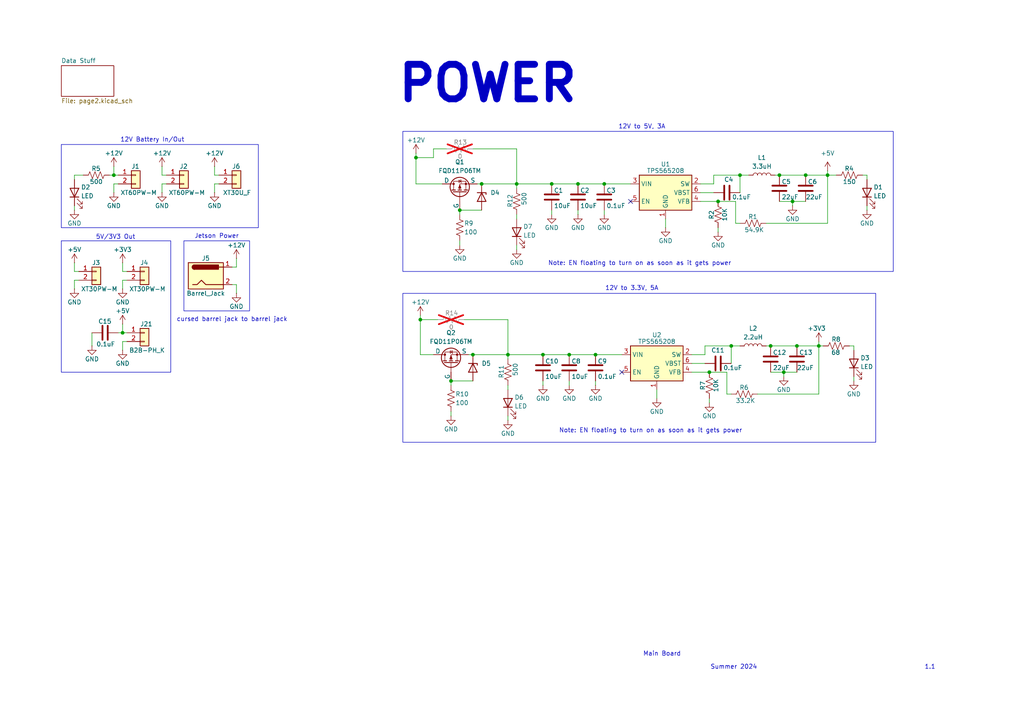
<source format=kicad_sch>
(kicad_sch (version 20231120) (generator "eeschema") (generator_version "8.0")
  (paper "A4")
  (lib_symbols
    (symbol "Connector:Barrel_Jack" (pin_names (offset 1.016))
      (property "Reference" "J" (at 0 5.334 0))
      (property "Value" "Barrel_Jack" (at 0 -5.08 0))
      (symbol "Barrel_Jack_0_1"
        (rectangle (start -5.08 3.81) (end 5.08 -3.81) (stroke (width 0.254)) (fill (type background)))
        (arc (start -3.302 3.175) (mid -3.9343 2.54) (end -3.302 1.905) (stroke (width 0.254)))
        (arc (start -3.302 3.175) (mid -3.9343 2.54) (end -3.302 1.905) (stroke (width 0.254)) (fill (type outline)))
        (polyline (pts (xy 5.08 2.54) (xy 3.81 2.54)) (stroke (width 0.254)))
        (polyline (pts (xy -3.81 -2.54) (xy -2.54 -2.54) (xy -1.27 -1.27) (xy 0 -2.54) (xy 2.54 -2.54) (xy 5.08 -2.54)) (stroke (width 0.254)))
        (rectangle (start 3.683 3.175) (end -3.302 1.905) (stroke (width 0.254)) (fill (type outline)))
      )
      (symbol "Barrel_Jack_1_1"
        (pin passive line (at 7.62 2.54 180) (length 2.54) (name "~") (number "1"))
        (pin passive line (at 7.62 -2.54 180) (length 2.54) (name "~") (number "2"))
      )
    )
    (symbol "Connector_Generic:Conn_01x02" (pin_names (offset 1.016) hide)
      (property "Reference" "J" (at 0 2.54 0))
      (property "Value" "Conn_01x02" (at 0 -5.08 0))
      (symbol "Conn_01x02_1_1"
        (rectangle (start -1.27 -2.413) (end 0 -2.667) (stroke (width 0.1524)))
        (rectangle (start -1.27 0.127) (end 0 -0.127) (stroke (width 0.1524)))
        (rectangle (start -1.27 1.27) (end 1.27 -3.81) (stroke (width 0.254)) (fill (type background)))
        (pin passive line (at -5.08 0 0) (length 3.81) (name "Pin_1") (number "1"))
        (pin passive line (at -5.08 -2.54 0) (length 3.81) (name "Pin_2") (number "2"))
      )
    )
    (symbol "Device:C" (pin_numbers hide) (pin_names (offset 0.254))
      (property "Reference" "C" (at 0.635 2.54 0))
      (property "Value" "C" (at 0.635 -2.54 0))
      (symbol "C_0_1"
        (polyline (pts (xy -2.032 -0.762) (xy 2.032 -0.762)) (stroke (width 0.508)))
        (polyline (pts (xy -2.032 0.762) (xy 2.032 0.762)) (stroke (width 0.508)))
      )
      (symbol "C_1_1"
        (pin passive line (at 0 3.81 270) (length 2.794) (name "~") (number "1"))
        (pin passive line (at 0 -3.81 90) (length 2.794) (name "~") (number "2"))
      )
    )
    (symbol "Device:D_Zener" (pin_numbers hide) (pin_names (offset 1.016) hide)
      (property "Reference" "D" (at 0 2.54 0))
      (property "Value" "D_Zener" (at 0 -2.54 0))
      (symbol "D_Zener_0_1"
        (polyline (pts (xy 1.27 0) (xy -1.27 0)))
        (polyline (pts (xy -1.27 -1.27) (xy -1.27 1.27) (xy -0.762 1.27)) (stroke (width 0.254)))
        (polyline (pts (xy 1.27 -1.27) (xy 1.27 1.27) (xy -1.27 0) (xy 1.27 -1.27)) (stroke (width 0.254)))
      )
      (symbol "D_Zener_1_1"
        (pin passive line (at -3.81 0 0) (length 2.54) (name "K") (number "1"))
        (pin passive line (at 3.81 0 180) (length 2.54) (name "A") (number "2"))
      )
    )
    (symbol "Device:L" (pin_numbers hide) (pin_names (offset 1.016) hide)
      (property "Reference" "L" (at -1.27 0 90))
      (property "Value" "L" (at 1.905 0 90))
      (symbol "L_0_1"
        (arc (start 0 -2.54) (mid 0.6323 -1.905) (end 0 -1.27))
        (arc (start 0 -1.27) (mid 0.6323 -0.635) (end 0 0))
        (arc (start 0 0) (mid 0.6323 0.635) (end 0 1.27))
        (arc (start 0 1.27) (mid 0.6323 1.905) (end 0 2.54))
      )
      (symbol "L_1_1"
        (pin passive line (at 0 3.81 270) (length 1.27) (name "1") (number "1"))
        (pin passive line (at 0 -3.81 90) (length 1.27) (name "2") (number "2"))
      )
    )
    (symbol "Device:LED" (pin_numbers hide) (pin_names (offset 1.016) hide)
      (property "Reference" "D" (at 0 2.54 0))
      (property "Value" "LED" (at 0 -2.54 0))
      (symbol "LED_0_1"
        (polyline (pts (xy -1.27 -1.27) (xy -1.27 1.27)) (stroke (width 0.254)))
        (polyline (pts (xy -1.27 0) (xy 1.27 0)))
        (polyline (pts (xy 1.27 -1.27) (xy 1.27 1.27) (xy -1.27 0) (xy 1.27 -1.27)) (stroke (width 0.254)))
        (polyline (pts (xy -3.048 -0.762) (xy -4.572 -2.286) (xy -3.81 -2.286) (xy -4.572 -2.286) (xy -4.572 -1.524)))
        (polyline (pts (xy -1.778 -0.762) (xy -3.302 -2.286) (xy -2.54 -2.286) (xy -3.302 -2.286) (xy -3.302 -1.524)))
      )
      (symbol "LED_1_1"
        (pin passive line (at -3.81 0 0) (length 2.54) (name "K") (number "1"))
        (pin passive line (at 3.81 0 180) (length 2.54) (name "A") (number "2"))
      )
    )
    (symbol "Device:R_US" (pin_numbers hide) (pin_names (offset 0))
      (property "Reference" "R" (at 2.54 0 90))
      (property "Value" "R_US" (at -2.54 0 90))
      (symbol "R_US_0_1"
        (polyline (pts (xy 0 -2.286) (xy 0 -2.54)))
        (polyline (pts (xy 0 2.286) (xy 0 2.54)))
        (polyline (pts (xy 0 -0.762) (xy 1.016 -1.143) (xy 0 -1.524) (xy -1.016 -1.905) (xy 0 -2.286)))
        (polyline (pts (xy 0 0.762) (xy 1.016 0.381) (xy 0 0) (xy -1.016 -0.381) (xy 0 -0.762)))
        (polyline (pts (xy 0 2.286) (xy 1.016 1.905) (xy 0 1.524) (xy -1.016 1.143) (xy 0 0.762)))
      )
      (symbol "R_US_1_1"
        (pin passive line (at 0 3.81 270) (length 1.27) (name "~") (number "1"))
        (pin passive line (at 0 -3.81 90) (length 1.27) (name "~") (number "2"))
      )
    )
    (symbol "Regulator_Switching:TPS565208"
      (property "Reference" "U" (at -7.62 6.35 0))
      (property "Value" "TPS565208" (at -2.54 6.35 0))
      (symbol "TPS565208_0_1"
        (rectangle (start -7.62 5.08) (end 7.62 -5.08) (stroke (width 0.254)) (fill (type background)))
      )
      (symbol "TPS565208_1_1"
        (pin power_in line (at 0 -7.62 90) (length 2.54) (name "GND") (number "1"))
        (pin output line (at 10.16 2.54 180) (length 2.54) (name "SW") (number "2"))
        (pin power_in line (at -10.16 2.54 0) (length 2.54) (name "VIN") (number "3"))
        (pin input line (at 10.16 -2.54 180) (length 2.54) (name "VFB") (number "4"))
        (pin input line (at -10.16 -2.54 0) (length 2.54) (name "EN") (number "5"))
        (pin passive line (at 10.16 0 180) (length 2.54) (name "VBST") (number "6"))
      )
    )
    (symbol "Simulation_SPICE:PMOS" (pin_numbers hide) (pin_names (offset 0))
      (property "Reference" "Q" (at 5.08 1.27 0))
      (property "Value" "PMOS" (at 5.08 -1.27 0))
      (symbol "PMOS_0_1"
        (polyline (pts (xy 0.254 0) (xy -2.54 0)))
        (polyline (pts (xy 0.254 1.905) (xy 0.254 -1.905)) (stroke (width 0.254)))
        (polyline (pts (xy 0.762 -1.27) (xy 0.762 -2.286)) (stroke (width 0.254)))
        (polyline (pts (xy 0.762 0.508) (xy 0.762 -0.508)) (stroke (width 0.254)))
        (polyline (pts (xy 0.762 2.286) (xy 0.762 1.27)) (stroke (width 0.254)))
        (polyline (pts (xy 2.54 2.54) (xy 2.54 1.778)))
        (polyline (pts (xy 2.54 -2.54) (xy 2.54 0) (xy 0.762 0)))
        (polyline (pts (xy 0.762 1.778) (xy 3.302 1.778) (xy 3.302 -1.778) (xy 0.762 -1.778)))
        (polyline (pts (xy 2.286 0) (xy 1.27 0.381) (xy 1.27 -0.381) (xy 2.286 0)) (fill (type outline)))
        (polyline (pts (xy 2.794 -0.508) (xy 2.921 -0.381) (xy 3.683 -0.381) (xy 3.81 -0.254)))
        (polyline (pts (xy 3.302 -0.381) (xy 2.921 0.254) (xy 3.683 0.254) (xy 3.302 -0.381)))
        (circle (center 1.651 0) (radius 2.794) (stroke (width 0.254)))
        (circle (center 2.54 -1.778) (radius 0.254) (fill (type outline)))
        (circle (center 2.54 1.778) (radius 0.254) (fill (type outline)))
      )
      (symbol "PMOS_1_1"
        (pin passive line (at 2.54 5.08 270) (length 2.54) (name "D") (number "1"))
        (pin input line (at -5.08 0 0) (length 2.54) (name "G") (number "2"))
        (pin passive line (at 2.54 -5.08 90) (length 2.54) (name "S") (number "3"))
      )
    )
    (symbol "power:+12V" (power) (pin_numbers hide) (pin_names (offset 0) hide)
      (property "Value" "+12V" (at 0 3.556 0))
      (symbol "+12V_0_1"
        (polyline (pts (xy -0.762 1.27) (xy 0 2.54)))
        (polyline (pts (xy 0 0) (xy 0 2.54)))
        (polyline (pts (xy 0 2.54) (xy 0.762 1.27)))
      )
      (symbol "+12V_1_1"
        (pin power_in line (at 0 0 90) (length 0) (name "~") (number "1"))
      )
    )
    (symbol "power:+3V3" (power) (pin_numbers hide) (pin_names (offset 0) hide)
      (property "Value" "+3V3" (at 0 3.556 0))
      (symbol "+3V3_0_1"
        (polyline (pts (xy -0.762 1.27) (xy 0 2.54)))
        (polyline (pts (xy 0 0) (xy 0 2.54)))
        (polyline (pts (xy 0 2.54) (xy 0.762 1.27)))
      )
      (symbol "+3V3_1_1"
        (pin power_in line (at 0 0 90) (length 0) (name "~") (number "1"))
      )
    )
    (symbol "power:+5V" (power) (pin_numbers hide) (pin_names (offset 0) hide)
      (property "Value" "+5V" (at 0 3.556 0))
      (symbol "+5V_0_1"
        (polyline (pts (xy -0.762 1.27) (xy 0 2.54)))
        (polyline (pts (xy 0 0) (xy 0 2.54)))
        (polyline (pts (xy 0 2.54) (xy 0.762 1.27)))
      )
      (symbol "+5V_1_1"
        (pin power_in line (at 0 0 90) (length 0) (name "~") (number "1"))
      )
    )
    (symbol "power:GND" (power) (pin_numbers hide) (pin_names (offset 0) hide)
      (property "Value" "GND" (at 0 -3.81 0))
      (symbol "GND_0_1"
        (polyline (pts (xy 0 0) (xy 0 -1.27) (xy 1.27 -1.27) (xy 0 -2.54) (xy -1.27 -1.27) (xy 0 -1.27)))
      )
      (symbol "GND_1_1"
        (pin power_in line (at 0 0 270) (length 0) (name "~") (number "1"))
      )
    )
  )
  (junction (at 160.02 53.34))
  (junction (at 33.02 50.8))
  (junction (at 139.7 53.34))
  (junction (at 226.06 50.8))
  (junction (at 157.48 102.87))
  (junction (at 167.64 53.34))
  (junction (at 223.52 100.33))
  (junction (at 137.16 102.87))
  (junction (at 172.72 102.87))
  (junction (at 237.49 100.33))
  (junction (at 121.92 92.71))
  (junction (at 149.86 53.34))
  (junction (at 35.56 96.52))
  (junction (at 175.26 53.34))
  (junction (at 233.68 50.8))
  (junction (at 214.63 50.8))
  (junction (at 231.14 100.33))
  (junction (at 240.03 50.8))
  (junction (at 130.81 110.49))
  (junction (at 165.1 102.87))
  (junction (at 208.28 58.42))
  (junction (at 227.33 107.95))
  (junction (at 147.32 102.87))
  (junction (at 229.87 58.42))
  (junction (at 205.74 107.95))
  (junction (at 212.09 100.33))
  (junction (at 120.65 45.72))
  (junction (at 133.35 60.96))
  (no_connect (at 180.34 107.95))
  (no_connect (at 182.88 58.42))
  (wire (pts (xy 247.65 100.33) (xy 246.38 100.33)))
  (wire (pts (xy 190.5 115.57) (xy 190.5 113.03)))
  (wire (pts (xy 35.56 101.6) (xy 35.56 99.06)))
  (wire (pts (xy 35.56 96.52) (xy 36.83 96.52)))
  (wire (pts (xy 205.74 116.84) (xy 205.74 115.57)))
  (wire (pts (xy 204.47 100.33) (xy 212.09 100.33)))
  (wire (pts (xy 167.64 53.34) (xy 175.26 53.34)))
  (wire (pts (xy 157.48 111.76) (xy 157.48 110.49)))
  (wire (pts (xy 213.36 64.77) (xy 214.63 64.77)))
  (wire (pts (xy 67.31 77.47) (xy 68.58 77.47)))
  (wire (pts (xy 214.63 50.8) (xy 217.17 50.8)))
  (wire (pts (xy 46.99 48.26) (xy 46.99 50.8)))
  (wire (pts (xy 237.49 100.33) (xy 237.49 114.3)))
  (wire (pts (xy 21.59 52.07) (xy 21.59 50.8)))
  (wire (pts (xy 240.03 49.53) (xy 240.03 50.8)))
  (wire (pts (xy 35.56 78.74) (xy 36.83 78.74)))
  (wire (pts (xy 226.06 50.8) (xy 233.68 50.8)))
  (wire (pts (xy 147.32 113.03) (xy 147.32 111.76)))
  (wire (pts (xy 46.99 50.8) (xy 48.26 50.8)))
  (wire (pts (xy 121.92 102.87) (xy 125.73 102.87)))
  (wire (pts (xy 133.35 62.23) (xy 133.35 60.96)))
  (wire (pts (xy 21.59 76.2) (xy 21.59 78.74)))
  (wire (pts (xy 147.32 104.14) (xy 147.32 102.87)))
  (wire (pts (xy 227.33 107.95) (xy 231.14 107.95)))
  (wire (pts (xy 133.35 71.12) (xy 133.35 69.85)))
  (wire (pts (xy 21.59 78.74) (xy 22.86 78.74)))
  (wire (pts (xy 160.02 62.23) (xy 160.02 60.96)))
  (wire (pts (xy 62.23 48.26) (xy 62.23 50.8)))
  (wire (pts (xy 157.48 102.87) (xy 165.1 102.87)))
  (wire (pts (xy 130.81 120.65) (xy 130.81 119.38)))
  (wire (pts (xy 210.82 107.95) (xy 205.74 107.95)))
  (wire (pts (xy 33.02 50.8) (xy 34.29 50.8)))
  (wire (pts (xy 214.63 55.88) (xy 214.63 50.8)))
  (wire (pts (xy 46.99 55.88) (xy 46.99 53.34)))
  (wire (pts (xy 68.58 82.55) (xy 67.31 82.55)))
  (wire (pts (xy 149.86 72.39) (xy 149.86 71.12)))
  (wire (pts (xy 251.46 52.07) (xy 251.46 50.8)))
  (wire (pts (xy 240.03 50.8) (xy 240.03 64.77)))
  (wire (pts (xy 204.47 100.33) (xy 204.47 102.87)))
  (wire (pts (xy 175.26 53.34) (xy 182.88 53.34)))
  (wire (pts (xy 207.01 53.34) (xy 203.2 53.34)))
  (wire (pts (xy 46.99 53.34) (xy 48.26 53.34)))
  (wire (pts (xy 120.65 45.72) (xy 120.65 53.34)))
  (wire (pts (xy 229.87 58.42) (xy 233.68 58.42)))
  (wire (pts (xy 62.23 55.88) (xy 62.23 53.34)))
  (wire (pts (xy 133.35 60.96) (xy 139.7 60.96)))
  (wire (pts (xy 238.76 100.33) (xy 237.49 100.33)))
  (wire (pts (xy 242.57 50.8) (xy 240.03 50.8)))
  (wire (pts (xy 62.23 50.8) (xy 63.5 50.8)))
  (wire (pts (xy 21.59 59.69) (xy 21.59 60.96)))
  (wire (pts (xy 200.66 107.95) (xy 205.74 107.95)))
  (wire (pts (xy 212.09 105.41) (xy 212.09 100.33)))
  (wire (pts (xy 138.43 53.34) (xy 139.7 53.34)))
  (wire (pts (xy 147.32 121.92) (xy 147.32 120.65)))
  (wire (pts (xy 137.16 102.87) (xy 147.32 102.87)))
  (wire (pts (xy 210.82 114.3) (xy 210.82 107.95)))
  (wire (pts (xy 224.79 50.8) (xy 226.06 50.8)))
  (wire (pts (xy 233.68 50.8) (xy 240.03 50.8)))
  (wire (pts (xy 139.7 53.34) (xy 149.86 53.34)))
  (wire (pts (xy 223.52 100.33) (xy 231.14 100.33)))
  (wire (pts (xy 203.2 55.88) (xy 207.01 55.88)))
  (wire (pts (xy 247.65 110.49) (xy 247.65 109.22)))
  (wire (pts (xy 134.62 92.71) (xy 147.32 92.71)))
  (wire (pts (xy 213.36 64.77) (xy 213.36 58.42)))
  (wire (pts (xy 121.92 92.71) (xy 127 92.71)))
  (wire (pts (xy 223.52 107.95) (xy 227.33 107.95)))
  (wire (pts (xy 121.92 92.71) (xy 121.92 102.87)))
  (wire (pts (xy 207.01 50.8) (xy 214.63 50.8)))
  (wire (pts (xy 68.58 74.93) (xy 68.58 77.47)))
  (wire (pts (xy 147.32 92.71) (xy 147.32 102.87)))
  (wire (pts (xy 160.02 53.34) (xy 167.64 53.34)))
  (wire (pts (xy 237.49 99.06) (xy 237.49 100.33)))
  (wire (pts (xy 62.23 53.34) (xy 63.5 53.34)))
  (wire (pts (xy 203.2 58.42) (xy 208.28 58.42)))
  (wire (pts (xy 33.02 48.26) (xy 33.02 50.8)))
  (wire (pts (xy 35.56 81.28) (xy 36.83 81.28)))
  (wire (pts (xy 35.56 99.06) (xy 36.83 99.06)))
  (wire (pts (xy 213.36 58.42) (xy 208.28 58.42)))
  (wire (pts (xy 237.49 114.3) (xy 219.71 114.3)))
  (wire (pts (xy 175.26 62.23) (xy 175.26 60.96)))
  (wire (pts (xy 125.73 43.18) (xy 129.54 43.18)))
  (wire (pts (xy 204.47 102.87) (xy 200.66 102.87)))
  (wire (pts (xy 200.66 105.41) (xy 204.47 105.41)))
  (wire (pts (xy 149.86 63.5) (xy 149.86 62.23)))
  (wire (pts (xy 33.02 53.34) (xy 34.29 53.34)))
  (wire (pts (xy 149.86 54.61) (xy 149.86 53.34)))
  (wire (pts (xy 226.06 58.42) (xy 229.87 58.42)))
  (wire (pts (xy 130.81 111.76) (xy 130.81 110.49)))
  (wire (pts (xy 240.03 64.77) (xy 222.25 64.77)))
  (wire (pts (xy 165.1 111.76) (xy 165.1 110.49)))
  (wire (pts (xy 212.09 100.33) (xy 214.63 100.33)))
  (wire (pts (xy 26.67 100.33) (xy 26.67 96.52)))
  (wire (pts (xy 137.16 43.18) (xy 149.86 43.18)))
  (wire (pts (xy 231.14 100.33) (xy 237.49 100.33)))
  (wire (pts (xy 165.1 102.87) (xy 172.72 102.87)))
  (wire (pts (xy 130.81 110.49) (xy 137.16 110.49)))
  (wire (pts (xy 21.59 50.8) (xy 24.13 50.8)))
  (wire (pts (xy 120.65 45.72) (xy 125.73 45.72)))
  (wire (pts (xy 207.01 50.8) (xy 207.01 53.34)))
  (wire (pts (xy 68.58 85.09) (xy 68.58 82.55)))
  (wire (pts (xy 149.86 43.18) (xy 149.86 53.34)))
  (wire (pts (xy 34.29 96.52) (xy 35.56 96.52)))
  (wire (pts (xy 193.04 66.04) (xy 193.04 63.5)))
  (wire (pts (xy 35.56 76.2) (xy 35.56 78.74)))
  (wire (pts (xy 135.89 102.87) (xy 137.16 102.87)))
  (wire (pts (xy 247.65 101.6) (xy 247.65 100.33)))
  (wire (pts (xy 167.64 62.23) (xy 167.64 60.96)))
  (wire (pts (xy 121.92 91.44) (xy 121.92 92.71)))
  (wire (pts (xy 31.75 50.8) (xy 33.02 50.8)))
  (wire (pts (xy 172.72 102.87) (xy 180.34 102.87)))
  (wire (pts (xy 149.86 53.34) (xy 160.02 53.34)))
  (wire (pts (xy 147.32 102.87) (xy 157.48 102.87)))
  (wire (pts (xy 251.46 50.8) (xy 250.19 50.8)))
  (wire (pts (xy 172.72 111.76) (xy 172.72 110.49)))
  (wire (pts (xy 251.46 60.96) (xy 251.46 59.69)))
  (wire (pts (xy 120.65 44.45) (xy 120.65 45.72)))
  (wire (pts (xy 120.65 53.34) (xy 128.27 53.34)))
  (wire (pts (xy 33.02 55.88) (xy 33.02 53.34)))
  (wire (pts (xy 35.56 83.82) (xy 35.56 81.28)))
  (wire (pts (xy 21.59 81.28) (xy 22.86 81.28)))
  (wire (pts (xy 210.82 114.3) (xy 212.09 114.3)))
  (wire (pts (xy 222.25 100.33) (xy 223.52 100.33)))
  (wire (pts (xy 35.56 93.98) (xy 35.56 96.52)))
  (wire (pts (xy 21.59 83.82) (xy 21.59 81.28)))
  (wire (pts (xy 125.73 45.72) (xy 125.73 43.18)))
  (wire (pts (xy 208.28 67.31) (xy 208.28 66.04)))
  (wire (pts (xy 227.33 109.22) (xy 227.33 107.95)))
  (wire (pts (xy 229.87 59.69) (xy 229.87 58.42)))
  (rectangle (start 116.84 38.1) (end 259.08 78.74))
  (rectangle (start 17.78 69.85) (end 49.53 107.95))
  (rectangle (start 116.84 85.09) (end 254 128.27))
  (rectangle (start 53.34 69.85) (end 72.39 90.17))
  (rectangle (start 17.78 41.91) (end 74.93 66.04))
  (text "1.1" (at 269.748 193.548 0) (effects (font (size 1.27 1.27))))
  (text "12V Battery In/Out" (at 44.196 40.64 0) (effects (font (size 1.27 1.27))))
  (text "12V to 5V, 3A" (at 186.182 36.83 0) (effects (font (size 1.27 1.27))))
  (text "Main Board" (at 192.024 189.738 0) (effects (font (size 1.27 1.27))))
  (text "Jetson Power" (at 62.865 68.58 0) (effects (font (size 1.27 1.27))))
  (text "cursed barrel jack to barrel jack" (at 67.31 92.71 0) (effects (font (size 1.27 1.27))))
  (text "5V/3V3 Out" (at 33.528 68.834 0) (effects (font (size 1.27 1.27))))
  (text "12V to 3.3V, 5A" (at 183.261 83.693 0) (effects (font (size 1.27 1.27))))
  (text "POWER" (at 141.478 24.384 0) (effects (font (size 10 10) (thickness 2) (bold yes))))
  (text "Note: EN floating to turn on as soon as it gets power" (at 188.722 124.968 0) (effects (font (size 1.27 1.27))))
  (text "Summer 2024" (at 212.852 193.548 0) (effects (font (size 1.27 1.27))))
  (text "Note: EN floating to turn on as soon as it gets power" (at 185.547 76.454 0) (effects (font (size 1.27 1.27))))
  (symbol (lib_id "Device:R_US") (at 133.35 43.18 270) (unit 1) (dnp yes)
    (property "Reference" "R13" (at 131.5721 41.275 90) (effects (justify left)))
    (property "Value" "0" (at 132.7151 45.339 90) (effects (justify left)))
    (property "Footprint" "Resistor_SMD:R_0805_2012Metric_Pad1.20x1.40mm_HandSolder" (effects (hide yes)))
    (property "Description" "Resistor, US symbol" (effects (hide yes)))
  )
  (symbol (lib_id "Device:C") (at 165.1 106.68 0) (unit 1)
    (property "Reference" "C8" (at 165.735 104.7749 0) (effects (justify left)))
    (property "Value" "10uF" (at 165.735 109.2199 0) (effects (justify left)))
    (property "Footprint" "Capacitor_SMD:C_0805_2012Metric_Pad1.18x1.45mm_HandSolder" (effects (hide yes)))
    (property "Description" "Unpolarized capacitor" (effects (hide yes)))
  )
  (symbol (lib_id "Device:LED") (at 149.86 67.31 90) (unit 1)
    (property "Reference" "D7" (at 151.765 65.7224 90) (effects (justify right)))
    (property "Value" "LED" (at 151.765 68.2624 90) (effects (justify right)))
    (property "Footprint" "Diode_SMD:D_0805_2012Metric_Pad1.15x1.40mm_HandSolder" (effects (hide yes)))
    (property "Description" "Light emitting diode" (effects (hide yes)))
  )
  (symbol (lib_id "power:GND") (at 33.02 55.88 0) (unit 1)
    (property "Reference" "#PWR02" (effects (hide yes)))
    (property "Value" "GND" (at 33.02 59.69 0))
    (property "Description" "Power symbol creates a global label with name \"GND\" , ground" (effects (hide yes)))
  )
  (symbol (lib_id "power:GND") (at 21.59 83.82 0) (unit 1)
    (property "Reference" "#PWR06" (effects (hide yes)))
    (property "Value" "GND" (at 21.59 87.63 0))
    (property "Description" "Power symbol creates a global label with name \"GND\" , ground" (effects (hide yes)))
  )
  (symbol (lib_id "Connector_Generic:Conn_01x02") (at 68.58 50.8 0) (unit 1)
    (property "Reference" "J6" (at 67.31 48.2599 0) (effects (justify left)))
    (property "Value" "XT30U_F" (at 64.643 55.8799 0) (effects (justify left)))
    (property "Footprint" "Connector_AMASS:AMASS_XT30U-F_1x02_P5.0mm_Vertical" (effects (hide yes)))
    (property "Description" "Generic connector, single row, 01x02, script generated (kicad-library-utils/schlib/autogen/connector/)" (effects (hide yes)))
  )
  (symbol (lib_id "power:+12V") (at 62.23 48.26 0) (unit 1)
    (property "Reference" "#PWR033" (effects (hide yes)))
    (property "Value" "+12V" (at 62.23 44.45 0))
    (property "Description" "Power symbol creates a global label with name \"+12V\"" (effects (hide yes)))
  )
  (symbol (lib_id "Device:R_US") (at 130.81 92.71 270) (unit 1) (dnp yes)
    (property "Reference" "R14" (at 129.0321 90.805 90) (effects (justify left)))
    (property "Value" "0" (at 130.1751 94.869 90) (effects (justify left)))
    (property "Footprint" "Resistor_SMD:R_0805_2012Metric_Pad1.20x1.40mm_HandSolder" (effects (hide yes)))
    (property "Description" "Resistor, US symbol" (effects (hide yes)))
  )
  (symbol (lib_id "power:+12V") (at 46.99 48.26 0) (unit 1)
    (property "Reference" "#PWR03" (effects (hide yes)))
    (property "Value" "+12V" (at 46.99 44.45 0))
    (property "Description" "Power symbol creates a global label with name \"+12V\"" (effects (hide yes)))
  )
  (symbol (lib_id "Device:R_US") (at 133.35 66.04 0) (unit 1)
    (property "Reference" "R9" (at 134.62 64.7699 0) (effects (justify left)))
    (property "Value" "100" (at 134.62 67.3099 0) (effects (justify left)))
    (property "Footprint" "Resistor_SMD:R_0805_2012Metric_Pad1.20x1.40mm_HandSolder" (effects (hide yes)))
    (property "Description" "Resistor, US symbol" (effects (hide yes)))
  )
  (symbol (lib_id "power:GND") (at 165.1 111.76 0) (unit 1)
    (property "Reference" "#PWR021" (effects (hide yes)))
    (property "Value" "GND" (at 165.1 115.57 0))
    (property "Description" "Power symbol creates a global label with name \"GND\" , ground" (effects (hide yes)))
  )
  (symbol (lib_id "Connector_Generic:Conn_01x02") (at 53.34 50.8 0) (unit 1)
    (property "Reference" "J2" (at 52.07 48.2599 0) (effects (justify left)))
    (property "Value" "XT60PW-M" (at 48.895 55.8799 0) (effects (justify left)))
    (property "Footprint" "Connector_AMASS:AMASS_XT60PW-M_1x02_P7.20mm_Horizontal" (effects (hide yes)))
    (property "Description" "Generic connector, single row, 01x02, script generated (kicad-library-utils/schlib/autogen/connector/)" (effects (hide yes)))
  )
  (symbol (lib_id "power:GND") (at 62.23 55.88 0) (unit 1)
    (property "Reference" "#PWR034" (effects (hide yes)))
    (property "Value" "GND" (at 62.23 59.69 0))
    (property "Description" "Power symbol creates a global label with name \"GND\" , ground" (effects (hide yes)))
  )
  (symbol (lib_id "Regulator_Switching:TPS565208") (at 190.5 105.41 0) (unit 1)
    (property "Reference" "U2" (at 190.5 97.155 0))
    (property "Value" "TPS565208" (at 190.5 99.06 0))
    (property "Footprint" "Package_TO_SOT_SMD:SOT-23-6" (effects (hide yes)))
    (property "Datasheet" "http://www.ti.com/lit/ds/symlink/tps565208.pdf" (effects (hide yes)))
    (property "Description" "5A Synchronous Step-Down Voltage Regulator, Adjustable Output Voltage, 4.5-17V Input Voltage, SOT-23-6" (effects (hide yes)))
  )
  (symbol (lib_id "power:+5V") (at 240.03 49.53 0) (unit 1)
    (property "Reference" "#PWR084" (effects (hide yes)))
    (property "Value" "+5V" (at 240.03 44.45 0))
    (property "Description" "Power symbol creates a global label with name \"+5V\"" (effects (hide yes)))
  )
  (symbol (lib_id "power:GND") (at 205.74 116.84 0) (unit 1)
    (property "Reference" "#PWR026" (effects (hide yes)))
    (property "Value" "GND" (at 205.74 120.65 0))
    (property "Description" "Power symbol creates a global label with name \"GND\" , ground" (effects (hide yes)))
  )
  (symbol (lib_id "Device:C") (at 160.02 57.15 0) (unit 1)
    (property "Reference" "C1" (at 160.655 55.2449 0) (effects (justify left)))
    (property "Value" "10uF" (at 160.655 59.6899 0) (effects (justify left)))
    (property "Footprint" "Capacitor_SMD:C_0805_2012Metric_Pad1.18x1.45mm_HandSolder" (effects (hide yes)))
    (property "Description" "Unpolarized capacitor" (effects (hide yes)))
  )
  (symbol (lib_id "Device:C") (at 226.06 54.61 0) (unit 1)
    (property "Reference" "C5" (at 226.695 52.7049 0) (effects (justify left)))
    (property "Value" "22uF" (at 226.695 57.1499 0) (effects (justify left)))
    (property "Footprint" "Capacitor_SMD:C_0805_2012Metric_Pad1.18x1.45mm_HandSolder" (effects (hide yes)))
    (property "Description" "Unpolarized capacitor" (effects (hide yes)))
  )
  (symbol (lib_id "Device:C") (at 233.68 54.61 0) (unit 1)
    (property "Reference" "C6" (at 234.315 52.7049 0) (effects (justify left)))
    (property "Value" "22uF" (at 233.68 57.1499 0) (effects (justify left)))
    (property "Footprint" "Capacitor_SMD:C_0805_2012Metric_Pad1.18x1.45mm_HandSolder" (effects (hide yes)))
    (property "Description" "Unpolarized capacitor" (effects (hide yes)))
  )
  (symbol (lib_id "Device:LED") (at 147.32 116.84 90) (unit 1)
    (property "Reference" "D6" (at 149.225 115.2524 90) (effects (justify right)))
    (property "Value" "LED" (at 149.225 117.7924 90) (effects (justify right)))
    (property "Footprint" "Diode_SMD:D_0805_2012Metric_Pad1.15x1.40mm_HandSolder" (effects (hide yes)))
    (property "Description" "Light emitting diode" (effects (hide yes)))
  )
  (symbol (lib_id "Device:C") (at 231.14 104.14 0) (unit 1)
    (property "Reference" "C13" (at 231.775 102.2349 0) (effects (justify left)))
    (property "Value" "22uF" (at 231.14 106.6799 0) (effects (justify left)))
    (property "Footprint" "Capacitor_SMD:C_0805_2012Metric_Pad1.18x1.45mm_HandSolder" (effects (hide yes)))
    (property "Description" "Unpolarized capacitor" (effects (hide yes)))
  )
  (symbol (lib_id "Connector_Generic:Conn_01x02") (at 27.94 78.74 0) (unit 1)
    (property "Reference" "J3" (at 26.67 76.1999 0) (effects (justify left)))
    (property "Value" "XT30PW-M" (at 23.495 83.8199 0) (effects (justify left)))
    (property "Footprint" "Connector_AMASS:AMASS_XT30PW-M_1x02_P2.50mm_Horizontal" (effects (hide yes)))
    (property "Description" "Generic connector, single row, 01x02, script generated (kicad-library-utils/schlib/autogen/connector/)" (effects (hide yes)))
  )
  (symbol (lib_id "Simulation_SPICE:PMOS") (at 133.35 55.88 90) (unit 1)
    (property "Reference" "Q1" (at 133.35 46.99 90))
    (property "Value" "FQD11P06TM" (at 133.35 49.53 90))
    (property "Footprint" "Package_TO_SOT_SMD:TO-252-3_TabPin2" (effects (hide yes)))
    (property "Datasheet" "https://ngspice.sourceforge.io/docs/ngspice-html-manual/manual.xhtml#cha_MOSFETs" (effects (hide yes)))
    (property "Description" "P-MOSFET transistor, drain/source/gate" (effects (hide yes)))
    (property "Sim.Device" "PMOS" (effects (hide yes)))
    (property "Sim.Type" "VDMOS" (effects (hide yes)))
    (property "Sim.Pins" "1=D 2=G 3=S" (effects (hide yes)))
  )
  (symbol (lib_id "Device:C") (at 223.52 104.14 0) (unit 1)
    (property "Reference" "C12" (at 224.155 102.2349 0) (effects (justify left)))
    (property "Value" "22uF" (at 224.155 106.6799 0) (effects (justify left)))
    (property "Footprint" "Capacitor_SMD:C_0805_2012Metric_Pad1.18x1.45mm_HandSolder" (effects (hide yes)))
    (property "Description" "Unpolarized capacitor" (effects (hide yes)))
  )
  (symbol (lib_id "Connector_Generic:Conn_01x02") (at 41.91 78.74 0) (unit 1)
    (property "Reference" "J4" (at 40.64 76.1999 0) (effects (justify left)))
    (property "Value" "XT30PW-M" (at 37.465 83.8199 0) (effects (justify left)))
    (property "Footprint" "Connector_AMASS:AMASS_XT30PW-M_1x02_P2.50mm_Horizontal" (effects (hide yes)))
    (property "Description" "Generic connector, single row, 01x02, script generated (kicad-library-utils/schlib/autogen/connector/)" (effects (hide yes)))
  )
  (symbol (lib_id "power:GND") (at 208.28 67.31 0) (unit 1)
    (property "Reference" "#PWR016" (effects (hide yes)))
    (property "Value" "GND" (at 208.28 71.12 0))
    (property "Description" "Power symbol creates a global label with name \"GND\" , ground" (effects (hide yes)))
  )
  (symbol (lib_id "power:GND") (at 190.5 115.57 0) (unit 1)
    (property "Reference" "#PWR020" (effects (hide yes)))
    (property "Value" "GND" (at 190.5 119.38 0))
    (property "Description" "Power symbol creates a global label with name \"GND\" , ground" (effects (hide yes)))
  )
  (symbol (lib_id "Device:L") (at 218.44 100.33 90) (unit 1)
    (property "Reference" "L2" (at 218.44 95.25 90))
    (property "Value" "2.2uH" (at 218.44 97.79 90))
    (property "Footprint" "Inductor_SMD:L_Abracon_ASPI-0630LR" (effects (hide yes)))
    (property "Description" "Inductor" (effects (hide yes)))
  )
  (symbol (lib_id "power:GND") (at 247.65 110.49 0) (unit 1)
    (property "Reference" "#PWR028" (effects (hide yes)))
    (property "Value" "GND" (at 247.65 114.3 0))
    (property "Description" "Power symbol creates a global label with name \"GND\" , ground" (effects (hide yes)))
  )
  (symbol (lib_id "Simulation_SPICE:PMOS") (at 130.81 105.41 90) (unit 1)
    (property "Reference" "Q2" (at 130.81 96.52 90))
    (property "Value" "FQD11P06TM" (at 130.81 99.06 90))
    (property "Footprint" "Package_TO_SOT_SMD:TO-252-3_TabPin2" (effects (hide yes)))
    (property "Datasheet" "https://ngspice.sourceforge.io/docs/ngspice-html-manual/manual.xhtml#cha_MOSFETs" (effects (hide yes)))
    (property "Description" "P-MOSFET transistor, drain/source/gate" (effects (hide yes)))
    (property "Sim.Device" "PMOS" (effects (hide yes)))
    (property "Sim.Type" "VDMOS" (effects (hide yes)))
    (property "Sim.Pins" "1=D 2=G 3=S" (effects (hide yes)))
  )
  (symbol (lib_id "power:GND") (at 68.58 85.09 0) (unit 1)
    (property "Reference" "#PWR010" (effects (hide yes)))
    (property "Value" "GND" (at 68.58 88.9 0))
    (property "Description" "Power symbol creates a global label with name \"GND\" , ground" (effects (hide yes)))
  )
  (symbol (lib_id "power:+5V") (at 35.56 93.98 0) (unit 1)
    (property "Reference" "#PWR087" (effects (hide yes)))
    (property "Value" "+5V" (at 35.56 90.17 0))
    (property "Description" "Power symbol creates a global label with name \"+5V\"" (effects (hide yes)))
  )
  (symbol (lib_id "Device:R_US") (at 147.32 107.95 0) (unit 1)
    (property "Reference" "R11" (at 145.415 109.7279 90) (effects (justify left)))
    (property "Value" "500" (at 149.479 109.0929 90) (effects (justify left)))
    (property "Footprint" "Resistor_SMD:R_0805_2012Metric_Pad1.20x1.40mm_HandSolder" (effects (hide yes)))
    (property "Description" "Resistor, US symbol" (effects (hide yes)))
  )
  (symbol (lib_id "power:GND") (at 160.02 62.23 0) (unit 1)
    (property "Reference" "#PWR011" (effects (hide yes)))
    (property "Value" "GND" (at 160.02 66.04 0))
    (property "Description" "Power symbol creates a global label with name \"GND\" , ground" (effects (hide yes)))
  )
  (symbol (lib_id "power:GND") (at 227.33 109.22 0) (unit 1)
    (property "Reference" "#PWR027" (effects (hide yes)))
    (property "Value" "GND" (at 227.33 113.03 0))
    (property "Description" "Power symbol creates a global label with name \"GND\" , ground" (effects (hide yes)))
  )
  (symbol (lib_id "power:+12V") (at 121.92 91.44 0) (unit 1)
    (property "Reference" "#PWR030" (effects (hide yes)))
    (property "Value" "+12V" (at 121.92 87.63 0))
    (property "Description" "Power symbol creates a global label with name \"+12V\"" (effects (hide yes)))
  )
  (symbol (lib_id "Device:C") (at 167.64 57.15 0) (unit 1)
    (property "Reference" "C2" (at 168.275 55.2449 0) (effects (justify left)))
    (property "Value" "10uF" (at 168.275 59.6899 0) (effects (justify left)))
    (property "Footprint" "Capacitor_SMD:C_0805_2012Metric_Pad1.18x1.45mm_HandSolder" (effects (hide yes)))
    (property "Description" "Unpolarized capacitor" (effects (hide yes)))
  )
  (symbol (lib_id "Device:L") (at 220.98 50.8 90) (unit 1)
    (property "Reference" "L1" (at 220.98 45.72 90))
    (property "Value" "3.3uH" (at 220.98 48.26 90))
    (property "Footprint" "Inductor_SMD:L_Abracon_ASPI-0630LR" (effects (hide yes)))
    (property "Description" "Inductor" (effects (hide yes)))
  )
  (symbol (lib_id "Device:R_US") (at 205.74 111.76 180) (unit 1)
    (property "Reference" "R7" (at 203.835 110.4901 90) (effects (justify left)))
    (property "Value" "10K" (at 207.645 109.8551 90) (effects (justify left)))
    (property "Footprint" "Resistor_SMD:R_0805_2012Metric_Pad1.20x1.40mm_HandSolder" (effects (hide yes)))
    (property "Description" "Resistor, US symbol" (effects (hide yes)))
  )
  (symbol (lib_id "Device:C") (at 175.26 57.15 0) (unit 1)
    (property "Reference" "C3" (at 175.895 55.2449 0) (effects (justify left)))
    (property "Value" "0.1uF" (at 175.895 59.6899 0) (effects (justify left)))
    (property "Footprint" "Capacitor_SMD:C_0805_2012Metric_Pad1.18x1.45mm_HandSolder" (effects (hide yes)))
    (property "Description" "Unpolarized capacitor" (effects (hide yes)))
  )
  (symbol (lib_id "Device:C") (at 30.48 96.52 90) (unit 1)
    (property "Reference" "C15" (at 32.3849 93.218 90) (effects (justify left)))
    (property "Value" "0.1uF" (at 33.4009 99.822 90) (effects (justify left)))
    (property "Footprint" "Capacitor_SMD:C_0805_2012Metric_Pad1.18x1.45mm_HandSolder" (effects (hide yes)))
    (property "Description" "Unpolarized capacitor" (effects (hide yes)))
  )
  (symbol (lib_id "Device:R_US") (at 242.57 100.33 90) (unit 1)
    (property "Reference" "R8" (at 243.8399 98.425 90) (effects (justify left)))
    (property "Value" "68" (at 243.7129 102.235 90) (effects (justify left)))
    (property "Footprint" "Resistor_SMD:R_0805_2012Metric_Pad1.20x1.40mm_HandSolder" (effects (hide yes)))
    (property "Description" "Resistor, US symbol" (effects (hide yes)))
  )
  (symbol (lib_id "power:+12V") (at 68.58 74.93 0) (unit 1)
    (property "Reference" "#PWR09" (effects (hide yes)))
    (property "Value" "+12V" (at 68.58 71.12 0))
    (property "Description" "Power symbol creates a global label with name \"+12V\"" (effects (hide yes)))
  )
  (symbol (lib_id "power:+12V") (at 33.02 48.26 0) (unit 1)
    (property "Reference" "#PWR01" (effects (hide yes)))
    (property "Value" "+12V" (at 33.02 44.45 0))
    (property "Description" "Power symbol creates a global label with name \"+12V\"" (effects (hide yes)))
  )
  (symbol (lib_id "Device:LED") (at 251.46 55.88 90) (unit 1)
    (property "Reference" "D1" (at 253.365 54.2924 90) (effects (justify right)))
    (property "Value" "LED" (at 253.365 56.8324 90) (effects (justify right)))
    (property "Footprint" "Diode_SMD:D_0805_2012Metric_Pad1.15x1.40mm_HandSolder" (effects (hide yes)))
    (property "Description" "Light emitting diode" (effects (hide yes)))
  )
  (symbol (lib_id "power:GND") (at 251.46 60.96 0) (unit 1)
    (property "Reference" "#PWR018" (effects (hide yes)))
    (property "Value" "GND" (at 251.46 64.77 0))
    (property "Description" "Power symbol creates a global label with name \"GND\" , ground" (effects (hide yes)))
  )
  (symbol (lib_id "Device:C") (at 208.28 105.41 90) (unit 1)
    (property "Reference" "C11" (at 210.1849 101.6 90) (effects (justify left)))
    (property "Value" "0.1uF" (at 215.2649 106.68 90) (effects (justify left)))
    (property "Footprint" "Capacitor_SMD:C_0805_2012Metric_Pad1.18x1.45mm_HandSolder" (effects (hide yes)))
    (property "Description" "Unpolarized capacitor" (effects (hide yes)))
  )
  (symbol (lib_id "Device:R_US") (at 215.9 114.3 90) (unit 1)
    (property "Reference" "R6" (at 217.1699 112.395 90) (effects (justify left)))
    (property "Value" "33.2K" (at 219.0749 116.205 90) (effects (justify left)))
    (property "Footprint" "Resistor_SMD:R_0805_2012Metric_Pad1.20x1.40mm_HandSolder" (effects (hide yes)))
    (property "Description" "Resistor, US symbol" (effects (hide yes)))
  )
  (symbol (lib_id "Device:C") (at 157.48 106.68 0) (unit 1)
    (property "Reference" "C10" (at 158.115 104.7749 0) (effects (justify left)))
    (property "Value" "10uF" (at 158.115 109.2199 0) (effects (justify left)))
    (property "Footprint" "Capacitor_SMD:C_0805_2012Metric_Pad1.18x1.45mm_HandSolder" (effects (hide yes)))
    (property "Description" "Unpolarized capacitor" (effects (hide yes)))
  )
  (symbol (lib_id "power:GND") (at 167.64 62.23 0) (unit 1)
    (property "Reference" "#PWR012" (effects (hide yes)))
    (property "Value" "GND" (at 167.64 66.04 0))
    (property "Description" "Power symbol creates a global label with name \"GND\" , ground" (effects (hide yes)))
  )
  (symbol (lib_id "Device:LED") (at 21.59 55.88 90) (unit 1)
    (property "Reference" "D2" (at 23.495 54.2924 90) (effects (justify right)))
    (property "Value" "LED" (at 23.495 56.8324 90) (effects (justify right)))
    (property "Footprint" "Diode_SMD:D_0805_2012Metric_Pad1.15x1.40mm_HandSolder" (effects (hide yes)))
    (property "Description" "Light emitting diode" (effects (hide yes)))
  )
  (symbol (lib_id "power:GND") (at 46.99 55.88 0) (unit 1)
    (property "Reference" "#PWR04" (effects (hide yes)))
    (property "Value" "GND" (at 46.99 59.69 0))
    (property "Description" "Power symbol creates a global label with name \"GND\" , ground" (effects (hide yes)))
  )
  (symbol (lib_id "power:GND") (at 172.72 111.76 0) (unit 1)
    (property "Reference" "#PWR022" (effects (hide yes)))
    (property "Value" "GND" (at 172.72 115.57 0))
    (property "Description" "Power symbol creates a global label with name \"GND\" , ground" (effects (hide yes)))
  )
  (symbol (lib_id "power:GND") (at 130.81 120.65 0) (unit 1)
    (property "Reference" "#PWR031" (effects (hide yes)))
    (property "Value" "GND" (at 130.81 124.46 0))
    (property "Description" "Power symbol creates a global label with name \"GND\" , ground" (effects (hide yes)))
  )
  (symbol (lib_id "Device:R_US") (at 130.81 115.57 0) (unit 1)
    (property "Reference" "R10" (at 132.08 114.2999 0) (effects (justify left)))
    (property "Value" "100" (at 132.08 116.8399 0) (effects (justify left)))
    (property "Footprint" "Resistor_SMD:R_0805_2012Metric_Pad1.20x1.40mm_HandSolder" (effects (hide yes)))
    (property "Description" "Resistor, US symbol" (effects (hide yes)))
  )
  (symbol (lib_id "Regulator_Switching:TPS565208") (at 193.04 55.88 0) (unit 1)
    (property "Reference" "U1" (at 193.04 47.625 0))
    (property "Value" "TPS565208" (at 193.04 49.53 0))
    (property "Footprint" "Package_TO_SOT_SMD:SOT-23-6" (effects (hide yes)))
    (property "Datasheet" "http://www.ti.com/lit/ds/symlink/tps565208.pdf" (effects (hide yes)))
    (property "Description" "5A Synchronous Step-Down Voltage Regulator, Adjustable Output Voltage, 4.5-17V Input Voltage, SOT-23-6" (effects (hide yes)))
  )
  (symbol (lib_id "Device:C") (at 210.82 55.88 90) (unit 1)
    (property "Reference" "C4" (at 212.7249 52.07 90) (effects (justify left)))
    (property "Value" "0.1uF" (at 217.8049 57.15 90) (effects (justify left)))
    (property "Footprint" "Capacitor_SMD:C_0805_2012Metric_Pad1.18x1.45mm_HandSolder" (effects (hide yes)))
    (property "Description" "Unpolarized capacitor" (effects (hide yes)))
  )
  (symbol (lib_id "Device:D_Zener") (at 137.16 106.68 270) (unit 1)
    (property "Reference" "D5" (at 139.7 105.4099 90) (effects (justify left)))
    (property "Value" "1SMA5925BT3G" (effects (hide yes)))
    (property "Footprint" "Diode_SMD:D_SMA_Handsoldering" (effects (hide yes)))
    (property "Description" "Zener diode" (effects (hide yes)))
  )
  (symbol (lib_id "Connector_Generic:Conn_01x02") (at 41.91 96.52 0) (unit 1)
    (property "Reference" "J21" (at 40.64 93.9799 0) (effects (justify left)))
    (property "Value" "B2B-PH_K" (at 37.465 101.5999 0) (effects (justify left)))
    (property "Footprint" "Connector_JST:JST_PH_B2B-PH-K_1x02_P2.00mm_Vertical" (effects (hide yes)))
    (property "Description" "Generic connector, single row, 01x02, script generated (kicad-library-utils/schlib/autogen/connector/)" (effects (hide yes)))
  )
  (symbol (lib_id "Device:R_US") (at 149.86 58.42 0) (unit 1)
    (property "Reference" "R12" (at 147.955 60.1979 90) (effects (justify left)))
    (property "Value" "500" (at 152.019 59.5629 90) (effects (justify left)))
    (property "Footprint" "Resistor_SMD:R_0805_2012Metric_Pad1.20x1.40mm_HandSolder" (effects (hide yes)))
    (property "Description" "Resistor, US symbol" (effects (hide yes)))
  )
  (symbol (lib_id "Device:R_US") (at 218.44 64.77 90) (unit 1)
    (property "Reference" "R1" (at 219.7099 62.865 90) (effects (justify left)))
    (property "Value" "54.9K" (at 221.6149 66.675 90) (effects (justify left)))
    (property "Footprint" "Resistor_SMD:R_0805_2012Metric_Pad1.20x1.40mm_HandSolder" (effects (hide yes)))
    (property "Description" "Resistor, US symbol" (effects (hide yes)))
  )
  (symbol (lib_id "power:+3V3") (at 35.56 76.2 0) (unit 1)
    (property "Reference" "#PWR07" (effects (hide yes)))
    (property "Value" "+3V3" (at 35.56 72.39 0))
    (property "Description" "Power symbol creates a global label with name \"+3V3\"" (effects (hide yes)))
  )
  (symbol (lib_id "Device:LED") (at 247.65 105.41 90) (unit 1)
    (property "Reference" "D3" (at 249.555 103.8224 90) (effects (justify right)))
    (property "Value" "LED" (at 249.555 106.3624 90) (effects (justify right)))
    (property "Footprint" "Diode_SMD:D_0805_2012Metric_Pad1.15x1.40mm_HandSolder" (effects (hide yes)))
    (property "Description" "Light emitting diode" (effects (hide yes)))
  )
  (symbol (lib_id "Device:R_US") (at 246.38 50.8 90) (unit 1)
    (property "Reference" "R4" (at 247.6499 48.895 90) (effects (justify left)))
    (property "Value" "150" (at 248.2849 52.705 90) (effects (justify left)))
    (property "Footprint" "Resistor_SMD:R_0805_2012Metric_Pad1.20x1.40mm_HandSolder" (effects (hide yes)))
    (property "Description" "Resistor, US symbol" (effects (hide yes)))
  )
  (symbol (lib_id "power:GND") (at 157.48 111.76 0) (unit 1)
    (property "Reference" "#PWR023" (effects (hide yes)))
    (property "Value" "GND" (at 157.48 115.57 0))
    (property "Description" "Power symbol creates a global label with name \"GND\" , ground" (effects (hide yes)))
  )
  (symbol (lib_id "power:GND") (at 193.04 66.04 0) (unit 1)
    (property "Reference" "#PWR015" (effects (hide yes)))
    (property "Value" "GND" (at 193.04 69.85 0))
    (property "Description" "Power symbol creates a global label with name \"GND\" , ground" (effects (hide yes)))
  )
  (symbol (lib_id "power:GND") (at 149.86 72.39 0) (unit 1)
    (property "Reference" "#PWR032" (effects (hide yes)))
    (property "Value" "GND" (at 149.86 76.2 0))
    (property "Description" "Power symbol creates a global label with name \"GND\" , ground" (effects (hide yes)))
  )
  (symbol (lib_id "Device:R_US") (at 208.28 62.23 180) (unit 1)
    (property "Reference" "R2" (at 206.375 60.9601 90) (effects (justify left)))
    (property "Value" "10K" (at 210.185 60.3251 90) (effects (justify left)))
    (property "Footprint" "Resistor_SMD:R_0805_2012Metric_Pad1.20x1.40mm_HandSolder" (effects (hide yes)))
    (property "Description" "Resistor, US symbol" (effects (hide yes)))
  )
  (symbol (lib_id "Device:R_US") (at 27.94 50.8 90) (unit 1)
    (property "Reference" "R5" (at 29.2099 48.895 90) (effects (justify left)))
    (property "Value" "500" (at 29.8449 52.705 90) (effects (justify left)))
    (property "Footprint" "Resistor_SMD:R_0805_2012Metric_Pad1.20x1.40mm_HandSolder" (effects (hide yes)))
    (property "Description" "Resistor, US symbol" (effects (hide yes)))
  )
  (symbol (lib_id "power:GND") (at 35.56 101.6 0) (unit 1)
    (property "Reference" "#PWR088" (effects (hide yes)))
    (property "Value" "GND" (at 35.56 105.41 0))
    (property "Description" "Power symbol creates a global label with name \"GND\" , ground" (effects (hide yes)))
  )
  (symbol (lib_id "power:+3V3") (at 237.49 99.06 0) (unit 1)
    (property "Reference" "#PWR025" (effects (hide yes)))
    (property "Value" "+3V3" (at 236.855 95.25 0))
    (property "Description" "Power symbol creates a global label with name \"+3V3\"" (effects (hide yes)))
  )
  (symbol (lib_id "power:+12V") (at 120.65 44.45 0) (unit 1)
    (property "Reference" "#PWR014" (effects (hide yes)))
    (property "Value" "+12V" (at 120.65 40.64 0))
    (property "Description" "Power symbol creates a global label with name \"+12V\"" (effects (hide yes)))
  )
  (symbol (lib_id "Device:C") (at 172.72 106.68 0) (unit 1)
    (property "Reference" "C9" (at 173.355 104.7749 0) (effects (justify left)))
    (property "Value" "0.1uF" (at 173.355 109.2199 0) (effects (justify left)))
    (property "Footprint" "Capacitor_SMD:C_0805_2012Metric_Pad1.18x1.45mm_HandSolder" (effects (hide yes)))
    (property "Description" "Unpolarized capacitor" (effects (hide yes)))
  )
  (symbol (lib_id "power:GND") (at 21.59 60.96 0) (unit 1)
    (property "Reference" "#PWR019" (effects (hide yes)))
    (property "Value" "GND" (at 21.59 64.77 0))
    (property "Description" "Power symbol creates a global label with name \"GND\" , ground" (effects (hide yes)))
  )
  (symbol (lib_id "power:GND") (at 229.87 59.69 0) (unit 1)
    (property "Reference" "#PWR017" (effects (hide yes)))
    (property "Value" "GND" (at 229.87 63.5 0))
    (property "Description" "Power symbol creates a global label with name \"GND\" , ground" (effects (hide yes)))
  )
  (symbol (lib_id "power:GND") (at 35.56 83.82 0) (unit 1)
    (property "Reference" "#PWR08" (effects (hide yes)))
    (property "Value" "GND" (at 35.56 87.63 0))
    (property "Description" "Power symbol creates a global label with name \"GND\" , ground" (effects (hide yes)))
  )
  (symbol (lib_id "Connector_Generic:Conn_01x02") (at 39.37 50.8 0) (unit 1)
    (property "Reference" "J1" (at 38.1 48.2599 0) (effects (justify left)))
    (property "Value" "XT60PW-M" (at 34.925 55.8799 0) (effects (justify left)))
    (property "Footprint" "Connector_AMASS:AMASS_XT60PW-M_1x02_P7.20mm_Horizontal" (effects (hide yes)))
    (property "Description" "Generic connector, single row, 01x02, script generated (kicad-library-utils/schlib/autogen/connector/)" (effects (hide yes)))
  )
  (symbol (lib_id "Device:D_Zener") (at 139.7 57.15 270) (unit 1)
    (property "Reference" "D4" (at 142.24 55.8799 90) (effects (justify left)))
    (property "Value" "1SMA5925BT3G" (effects (hide yes)))
    (property "Footprint" "Diode_SMD:D_SMA_Handsoldering" (effects (hide yes)))
    (property "Description" "Zener diode" (effects (hide yes)))
  )
  (symbol (lib_id "power:+5V") (at 21.59 76.2 0) (unit 1)
    (property "Reference" "#PWR05" (effects (hide yes)))
    (property "Value" "+5V" (at 21.59 72.39 0))
    (property "Description" "Power symbol creates a global label with name \"+5V\"" (effects (hide yes)))
  )
  (symbol (lib_id "power:GND") (at 175.26 62.23 0) (unit 1)
    (property "Reference" "#PWR013" (effects (hide yes)))
    (property "Value" "GND" (at 175.26 66.04 0))
    (property "Description" "Power symbol creates a global label with name \"GND\" , ground" (effects (hide yes)))
  )
  (symbol (lib_id "Connector:Barrel_Jack") (at 59.69 80.01 0) (unit 1)
    (property "Reference" "J5" (at 59.69 74.93 0))
    (property "Value" "Barrel_Jack" (at 59.69 85.09 0))
    (property "Footprint" "Connector_BarrelJack:BarrelJack_Kycon_KLDX-0202-xC_Horizontal" (effects (hide yes)))
    (property "Description" "DC Barrel Jack" (effects (hide yes)))
  )
  (symbol (lib_id "power:GND") (at 26.67 100.33 0) (unit 1)
    (property "Reference" "#PWR090" (effects (hide yes)))
    (property "Value" "GND" (at 26.67 104.14 0))
    (property "Description" "Power symbol creates a global label with name \"GND\" , ground" (effects (hide yes)))
  )
  (symbol (lib_id "power:GND") (at 147.32 121.92 0) (unit 1)
    (property "Reference" "#PWR024" (effects (hide yes)))
    (property "Value" "GND" (at 147.32 125.73 0))
    (property "Description" "Power symbol creates a global label with name \"GND\" , ground" (effects (hide yes)))
  )
  (symbol (lib_id "power:GND") (at 133.35 71.12 0) (unit 1)
    (property "Reference" "#PWR029" (effects (hide yes)))
    (property "Value" "GND" (at 133.35 74.93 0))
    (property "Description" "Power symbol creates a global label with name \"GND\" , ground" (effects (hide yes)))
  )
  (sheet (at 17.78 19.05) (size 15.24 8.89) (stroke (width 0.1524))
    (property "Sheetname" "Data Stuff" (at 17.78 18.3384 0) (effects (justify left bottom)))
    (property "Sheetfile" "page2.kicad_sch" (at 17.78 28.5246 0) (effects (justify left top)))
  )
)
</source>
